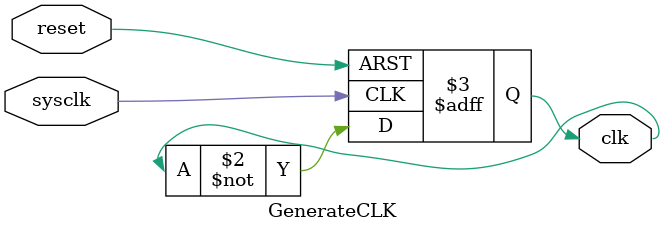
<source format=v>
module GenerateCLK(
        input sysclk,
        input reset,
        output reg clk
    );
    always @(posedge sysclk or posedge reset) begin
        if (reset) begin
            clk <= 1;
        end
        else begin
            clk <= ~clk;
        end
    end

endmodule

</source>
